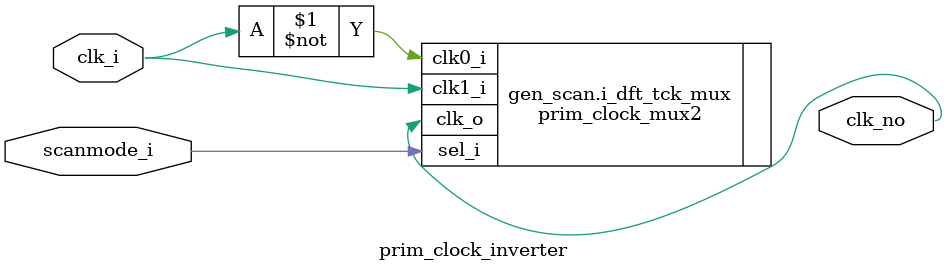
<source format=v>
module prim_clock_inverter (
	clk_i,
	scanmode_i,
	clk_no
);
	parameter HasScanMode = 1'b1;
	input clk_i;
	input scanmode_i;
	output wire clk_no;
	generate
		if (HasScanMode) begin : gen_scan
			prim_clock_mux2 i_dft_tck_mux(
				.clk0_i(~clk_i),
				.clk1_i(clk_i),
				.sel_i(scanmode_i),
				.clk_o(clk_no)
			);
		end
		else begin : gen_noscan
			wire unused_scanmode;
			assign unused_scanmode = scanmode_i;
			assign clk_no = ~clk_i;
		end
	endgenerate
endmodule

</source>
